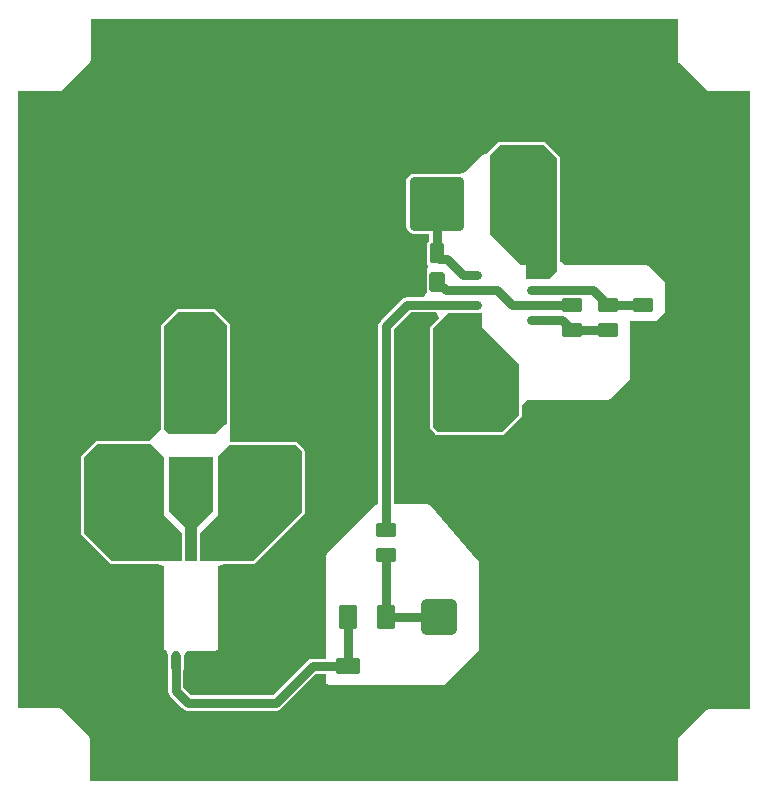
<source format=gbr>
%TF.GenerationSoftware,Altium Limited,Altium Designer,22.6.1 (34)*%
G04 Layer_Physical_Order=1*
G04 Layer_Color=255*
%FSLAX26Y26*%
%MOIN*%
%TF.SameCoordinates,875EB05E-A6AF-4184-B243-C0806E1F30E9*%
%TF.FilePolarity,Positive*%
%TF.FileFunction,Copper,L1,Top,Signal*%
%TF.Part,Single*%
G01*
G75*
%TA.AperFunction,SMDPad,CuDef*%
G04:AMPARAMS|DCode=10|XSize=66.929mil|YSize=45.276mil|CornerRadius=5.659mil|HoleSize=0mil|Usage=FLASHONLY|Rotation=180.000|XOffset=0mil|YOffset=0mil|HoleType=Round|Shape=RoundedRectangle|*
%AMROUNDEDRECTD10*
21,1,0.066929,0.033957,0,0,180.0*
21,1,0.055610,0.045276,0,0,180.0*
1,1,0.011319,-0.027805,0.016978*
1,1,0.011319,0.027805,0.016978*
1,1,0.011319,0.027805,-0.016978*
1,1,0.011319,-0.027805,-0.016978*
%
%ADD10ROUNDEDRECTD10*%
G04:AMPARAMS|DCode=11|XSize=66.929mil|YSize=51.181mil|CornerRadius=6.398mil|HoleSize=0mil|Usage=FLASHONLY|Rotation=270.000|XOffset=0mil|YOffset=0mil|HoleType=Round|Shape=RoundedRectangle|*
%AMROUNDEDRECTD11*
21,1,0.066929,0.038386,0,0,270.0*
21,1,0.054134,0.051181,0,0,270.0*
1,1,0.012795,-0.019193,-0.027067*
1,1,0.012795,-0.019193,0.027067*
1,1,0.012795,0.019193,0.027067*
1,1,0.012795,0.019193,-0.027067*
%
%ADD11ROUNDEDRECTD11*%
G04:AMPARAMS|DCode=12|XSize=66.929mil|YSize=51.181mil|CornerRadius=6.398mil|HoleSize=0mil|Usage=FLASHONLY|Rotation=0.000|XOffset=0mil|YOffset=0mil|HoleType=Round|Shape=RoundedRectangle|*
%AMROUNDEDRECTD12*
21,1,0.066929,0.038386,0,0,0.0*
21,1,0.054134,0.051181,0,0,0.0*
1,1,0.012795,0.027067,-0.019193*
1,1,0.012795,-0.027067,-0.019193*
1,1,0.012795,-0.027067,0.019193*
1,1,0.012795,0.027067,0.019193*
%
%ADD12ROUNDEDRECTD12*%
G04:AMPARAMS|DCode=13|XSize=82.677mil|YSize=55.118mil|CornerRadius=6.89mil|HoleSize=0mil|Usage=FLASHONLY|Rotation=0.000|XOffset=0mil|YOffset=0mil|HoleType=Round|Shape=RoundedRectangle|*
%AMROUNDEDRECTD13*
21,1,0.082677,0.041339,0,0,0.0*
21,1,0.068898,0.055118,0,0,0.0*
1,1,0.013780,0.034449,-0.020669*
1,1,0.013780,-0.034449,-0.020669*
1,1,0.013780,-0.034449,0.020669*
1,1,0.013780,0.034449,0.020669*
%
%ADD13ROUNDEDRECTD13*%
G04:AMPARAMS|DCode=14|XSize=180mil|YSize=180mil|CornerRadius=13.5mil|HoleSize=0mil|Usage=FLASHONLY|Rotation=0.000|XOffset=0mil|YOffset=0mil|HoleType=Round|Shape=RoundedRectangle|*
%AMROUNDEDRECTD14*
21,1,0.180000,0.153000,0,0,0.0*
21,1,0.153000,0.180000,0,0,0.0*
1,1,0.027000,0.076500,-0.076500*
1,1,0.027000,-0.076500,-0.076500*
1,1,0.027000,-0.076500,0.076500*
1,1,0.027000,0.076500,0.076500*
%
%ADD14ROUNDEDRECTD14*%
G04:AMPARAMS|DCode=15|XSize=82.677mil|YSize=59.055mil|CornerRadius=7.382mil|HoleSize=0mil|Usage=FLASHONLY|Rotation=270.000|XOffset=0mil|YOffset=0mil|HoleType=Round|Shape=RoundedRectangle|*
%AMROUNDEDRECTD15*
21,1,0.082677,0.044291,0,0,270.0*
21,1,0.067913,0.059055,0,0,270.0*
1,1,0.014764,-0.022146,-0.033957*
1,1,0.014764,-0.022146,0.033957*
1,1,0.014764,0.022146,0.033957*
1,1,0.014764,0.022146,-0.033957*
%
%ADD15ROUNDEDRECTD15*%
G04:AMPARAMS|DCode=16|XSize=180mil|YSize=180mil|CornerRadius=13.5mil|HoleSize=0mil|Usage=FLASHONLY|Rotation=90.000|XOffset=0mil|YOffset=0mil|HoleType=Round|Shape=RoundedRectangle|*
%AMROUNDEDRECTD16*
21,1,0.180000,0.153000,0,0,90.0*
21,1,0.153000,0.180000,0,0,90.0*
1,1,0.027000,0.076500,0.076500*
1,1,0.027000,0.076500,-0.076500*
1,1,0.027000,-0.076500,-0.076500*
1,1,0.027000,-0.076500,0.076500*
%
%ADD16ROUNDEDRECTD16*%
G04:AMPARAMS|DCode=17|XSize=137.795mil|YSize=120.079mil|CornerRadius=9.006mil|HoleSize=0mil|Usage=FLASHONLY|Rotation=180.000|XOffset=0mil|YOffset=0mil|HoleType=Round|Shape=RoundedRectangle|*
%AMROUNDEDRECTD17*
21,1,0.137795,0.102067,0,0,180.0*
21,1,0.119784,0.120079,0,0,180.0*
1,1,0.018012,-0.059892,0.051033*
1,1,0.018012,0.059892,0.051033*
1,1,0.018012,0.059892,-0.051033*
1,1,0.018012,-0.059892,-0.051033*
%
%ADD17ROUNDEDRECTD17*%
G04:AMPARAMS|DCode=18|XSize=137mil|YSize=120mil|CornerRadius=9mil|HoleSize=0mil|Usage=FLASHONLY|Rotation=180.000|XOffset=0mil|YOffset=0mil|HoleType=Round|Shape=RoundedRectangle|*
%AMROUNDEDRECTD18*
21,1,0.137000,0.102000,0,0,180.0*
21,1,0.119000,0.120000,0,0,180.0*
1,1,0.018000,-0.059500,0.051000*
1,1,0.018000,0.059500,0.051000*
1,1,0.018000,0.059500,-0.051000*
1,1,0.018000,-0.059500,-0.051000*
%
%ADD18ROUNDEDRECTD18*%
G04:AMPARAMS|DCode=19|XSize=66.929mil|YSize=45.276mil|CornerRadius=5.659mil|HoleSize=0mil|Usage=FLASHONLY|Rotation=90.000|XOffset=0mil|YOffset=0mil|HoleType=Round|Shape=RoundedRectangle|*
%AMROUNDEDRECTD19*
21,1,0.066929,0.033957,0,0,90.0*
21,1,0.055610,0.045276,0,0,90.0*
1,1,0.011319,0.016978,0.027805*
1,1,0.011319,0.016978,-0.027805*
1,1,0.011319,-0.016978,-0.027805*
1,1,0.011319,-0.016978,0.027805*
%
%ADD19ROUNDEDRECTD19*%
G04:AMPARAMS|DCode=20|XSize=118.11mil|YSize=118.11mil|CornerRadius=14.764mil|HoleSize=0mil|Usage=FLASHONLY|Rotation=90.000|XOffset=0mil|YOffset=0mil|HoleType=Round|Shape=RoundedRectangle|*
%AMROUNDEDRECTD20*
21,1,0.118110,0.088583,0,0,90.0*
21,1,0.088583,0.118110,0,0,90.0*
1,1,0.029528,0.044291,0.044291*
1,1,0.029528,0.044291,-0.044291*
1,1,0.029528,-0.044291,-0.044291*
1,1,0.029528,-0.044291,0.044291*
%
%ADD20ROUNDEDRECTD20*%
%ADD21O,0.031496X0.074803*%
%ADD22O,0.072835X0.023622*%
%TA.AperFunction,Conductor*%
%ADD23C,0.030000*%
%TA.AperFunction,ViaPad*%
%ADD24C,0.050000*%
G36*
X2229804Y2431000D02*
X2230580Y2427098D01*
X2232790Y2423790D01*
X2324790Y2331790D01*
X2328098Y2329580D01*
X2332000Y2328804D01*
X2470000D01*
Y270196D01*
X2331500D01*
X2327598Y269420D01*
X2324290Y267210D01*
X2232290Y175210D01*
X2230080Y171902D01*
X2229304Y168000D01*
Y30000D01*
X270196D01*
Y169500D01*
X269420Y173402D01*
X267210Y176710D01*
X175210Y268710D01*
X171902Y270920D01*
X168000Y271696D01*
X30000D01*
Y2329804D01*
X169000D01*
X172902Y2330580D01*
X176210Y2332790D01*
X268210Y2424790D01*
X270420Y2428098D01*
X271196Y2432000D01*
Y2570000D01*
X2229804D01*
Y2431000D01*
D02*
G37*
%LPC*%
G36*
X1780000Y2161196D02*
X1636000D01*
X1632098Y2160420D01*
X1628790Y2158210D01*
X1594791Y2124210D01*
X1590484Y2120707D01*
X1585000Y2120196D01*
X1581098Y2119420D01*
X1577790Y2117210D01*
X1522790Y2062210D01*
X1520580Y2058902D01*
X1501375Y2054476D01*
X1500822Y2054460D01*
X1347822D01*
X1338653Y2052637D01*
X1330879Y2047443D01*
X1325686Y2039669D01*
X1323862Y2030500D01*
Y1877500D01*
X1325686Y1868331D01*
X1330879Y1860557D01*
X1338653Y1855363D01*
X1347822Y1853540D01*
X1398832D01*
Y1829951D01*
X1396054Y1828095D01*
X1392593Y1822915D01*
X1391377Y1816805D01*
Y1761195D01*
X1392593Y1755085D01*
X1393713Y1753409D01*
X1395922Y1748727D01*
X1393728Y1729098D01*
X1392637Y1727465D01*
X1391364Y1721067D01*
Y1666933D01*
X1392248Y1662490D01*
X1391574Y1658751D01*
X1381891Y1642490D01*
X1327000D01*
X1317245Y1640550D01*
X1308976Y1635024D01*
X1237976Y1564024D01*
X1232450Y1555755D01*
X1230510Y1546000D01*
Y951734D01*
X1226538D01*
X1222637Y950958D01*
X1219329Y948748D01*
X1057790Y787210D01*
X1055580Y783902D01*
X1054804Y780000D01*
X1054804Y437482D01*
X1010992D01*
X1001237Y435541D01*
X992968Y430016D01*
X878442Y315490D01*
X605558D01*
X580490Y340558D01*
Y400721D01*
X580970Y404370D01*
Y447677D01*
X593355Y462363D01*
X597423Y464804D01*
X685000D01*
X688902Y465580D01*
X692210Y467790D01*
X694420Y471098D01*
X695196Y475000D01*
Y747706D01*
X714574Y752804D01*
X813000D01*
X816902Y753580D01*
X820210Y755790D01*
X981210Y916790D01*
X983420Y920098D01*
X984196Y924000D01*
Y1130000D01*
X983420Y1133902D01*
X981210Y1137210D01*
X960210Y1158210D01*
X956902Y1160420D01*
X953000Y1161196D01*
X735196D01*
Y1208988D01*
X734420Y1212890D01*
X733348Y1214494D01*
X734420Y1216098D01*
X735196Y1220000D01*
X735196Y1550000D01*
X734419Y1553902D01*
X732209Y1557210D01*
X688210Y1601209D01*
X684902Y1603420D01*
X681000Y1604196D01*
X564000Y1604196D01*
X560098Y1603420D01*
X556790Y1601209D01*
X507790Y1552210D01*
X505580Y1548902D01*
X504804Y1545000D01*
Y1203305D01*
X505285Y1200888D01*
X504738Y1200779D01*
X501431Y1198569D01*
X471431Y1168569D01*
X469220Y1165262D01*
X468810Y1163196D01*
X293000D01*
X289098Y1162420D01*
X285790Y1160210D01*
X241790Y1116210D01*
X239580Y1112902D01*
X238804Y1109000D01*
Y856000D01*
X239580Y852098D01*
X241790Y848790D01*
X334790Y755790D01*
X338098Y753580D01*
X342000Y752804D01*
X495426D01*
X514804Y747706D01*
Y475000D01*
X515580Y471098D01*
X517790Y467790D01*
X521098Y465580D01*
X526399Y458857D01*
X529030Y447677D01*
Y404370D01*
X529510Y400721D01*
Y330000D01*
X531451Y320245D01*
X536976Y311976D01*
X576976Y271976D01*
X585245Y266450D01*
X595000Y264510D01*
X889000D01*
X898755Y266450D01*
X907024Y271976D01*
X1021550Y386502D01*
X1054804D01*
Y361538D01*
X1055580Y357637D01*
X1057790Y354329D01*
X1061098Y352119D01*
X1065000Y351343D01*
X1447667D01*
X1451569Y352119D01*
X1454876Y354329D01*
X1562210Y461662D01*
X1564420Y464970D01*
X1565196Y468872D01*
X1565196Y758077D01*
X1564877Y759677D01*
X1564674Y761298D01*
X1564492Y761618D01*
X1564420Y761979D01*
X1563513Y763336D01*
X1562705Y764754D01*
X1403705Y948216D01*
X1403414Y948442D01*
X1403210Y948748D01*
X1401852Y949655D01*
X1400563Y950656D01*
X1400208Y950754D01*
X1399902Y950958D01*
X1398301Y951277D01*
X1396726Y951708D01*
X1396361Y951663D01*
X1396000Y951734D01*
X1281490D01*
Y1535442D01*
X1337558Y1591510D01*
X1423960D01*
X1431613Y1573033D01*
X1404790Y1546210D01*
X1402580Y1542902D01*
X1401804Y1539000D01*
Y1209000D01*
X1402580Y1205098D01*
X1404790Y1201790D01*
X1419790Y1186790D01*
X1423098Y1184580D01*
X1427000Y1183804D01*
X1642000D01*
X1645902Y1184580D01*
X1649210Y1186790D01*
X1705876Y1243457D01*
X1708086Y1246765D01*
X1708862Y1250667D01*
Y1281633D01*
X1709624Y1284011D01*
X1728862Y1300804D01*
X1995000D01*
X1998902Y1301580D01*
X2002210Y1303790D01*
X2065210Y1366790D01*
X2067420Y1370098D01*
X2068196Y1374000D01*
Y1563804D01*
X2152000D01*
X2155902Y1564580D01*
X2159210Y1566790D01*
X2182210Y1589790D01*
X2184420Y1593098D01*
X2185196Y1597000D01*
Y1688000D01*
X2184420Y1691902D01*
X2182210Y1695210D01*
X2132210Y1745210D01*
X2128902Y1747420D01*
X2125000Y1748196D01*
X1850678D01*
X1838882Y1759907D01*
X1836196Y1764155D01*
Y2105000D01*
X1835420Y2108902D01*
X1833210Y2112210D01*
X1787210Y2158210D01*
X1783902Y2160420D01*
X1780000Y2161196D01*
D02*
G37*
%LPD*%
G36*
X1826000Y2105000D02*
Y1729000D01*
X1799000Y1702000D01*
X1722000D01*
Y1750714D01*
X1703286D01*
X1602000Y1852000D01*
Y2117000D01*
X1636000Y2151000D01*
X1780000D01*
X1826000Y2105000D01*
D02*
G37*
G36*
X1577000Y1589000D02*
X1577000Y1543000D01*
X1606335Y1513665D01*
X1606580Y1512432D01*
X1608790Y1509124D01*
X1698667Y1419248D01*
X1698667Y1250667D01*
X1642000Y1194000D01*
X1427000D01*
X1412000Y1209000D01*
Y1539000D01*
X1462000Y1589000D01*
X1577000Y1589000D01*
D02*
G37*
G36*
X725000Y1550000D02*
X725000Y1220000D01*
X723982Y1218982D01*
X721098Y1218408D01*
X717790Y1216198D01*
X686788Y1185196D01*
X533109D01*
X515000Y1203305D01*
Y1545000D01*
X564000Y1594000D01*
X681000Y1594000D01*
X725000Y1550000D01*
D02*
G37*
G36*
X974000Y1130000D02*
Y924000D01*
X813000Y763000D01*
X636000D01*
Y856984D01*
X694970Y915030D01*
Y1112666D01*
X695156Y1112790D01*
X732210Y1149844D01*
X732982Y1151000D01*
X953000D01*
X974000Y1130000D01*
D02*
G37*
G36*
X678000Y930000D02*
X624383Y876383D01*
Y763000D01*
X586000D01*
Y877000D01*
X533000Y930000D01*
Y1109804D01*
X678000D01*
Y930000D01*
D02*
G37*
G36*
X512790Y1112790D02*
X515000Y1111314D01*
Y915000D01*
X574000Y856000D01*
Y763000D01*
X342000D01*
X249000Y856000D01*
Y1109000D01*
X293000Y1153000D01*
X472581D01*
X512790Y1112790D01*
D02*
G37*
%LPC*%
G36*
X605000Y1059274D02*
X595245Y1057333D01*
X586976Y1051808D01*
X581976Y1046808D01*
X576451Y1038538D01*
X574510Y1028784D01*
X576451Y1019029D01*
X581976Y1010760D01*
X590245Y1005234D01*
X600000Y1003294D01*
X609755Y1005234D01*
X618024Y1010760D01*
X623024Y1015760D01*
X628549Y1024029D01*
X630490Y1033784D01*
X628549Y1043538D01*
X623024Y1051808D01*
X614755Y1057333D01*
X605000Y1059274D01*
D02*
G37*
%LPD*%
D10*
X2112000Y1616322D02*
D03*
Y1531678D02*
D03*
X1877000Y1616322D02*
D03*
Y1531678D02*
D03*
X1256000Y867322D02*
D03*
Y782678D02*
D03*
X1997000Y1616322D02*
D03*
Y1531678D02*
D03*
D11*
X1355265Y1504000D02*
D03*
X1445818D02*
D03*
X1791724Y1802246D02*
D03*
X1882276D02*
D03*
X1336724Y1694000D02*
D03*
X1427276D02*
D03*
D12*
X440000Y800276D02*
D03*
Y709724D02*
D03*
X770000Y709724D02*
D03*
Y800276D02*
D03*
D13*
X1129000Y286008D02*
D03*
Y411992D02*
D03*
D14*
X389000Y1013000D02*
D03*
X855000Y1017000D02*
D03*
X2214000Y2067000D02*
D03*
X191000Y452000D02*
D03*
X2084000Y513000D02*
D03*
X883000Y1898000D02*
D03*
X1424322Y1954000D02*
D03*
D15*
X1128008Y575000D02*
D03*
X1253992D02*
D03*
D16*
X1557000Y1339000D02*
D03*
X1727000Y1979000D02*
D03*
D17*
X605500Y1245660D02*
D03*
D18*
Y1046840D02*
D03*
D19*
X1424322Y1789000D02*
D03*
X1339678D02*
D03*
D20*
X1431000Y575000D02*
D03*
D21*
X655000Y803976D02*
D03*
X605000D02*
D03*
X555000D02*
D03*
X655000Y426024D02*
D03*
X605000D02*
D03*
X555000D02*
D03*
D22*
X1762204Y1617000D02*
D03*
Y1567000D02*
D03*
Y1667000D02*
D03*
Y1717000D02*
D03*
X1537796D02*
D03*
Y1667000D02*
D03*
Y1617000D02*
D03*
Y1567000D02*
D03*
D23*
X1762204D02*
X1841678D01*
X1739000D02*
X1762204D01*
X1327000Y1617000D02*
X1537796D01*
X1256000Y1546000D02*
X1327000Y1617000D01*
X1762204Y1667000D02*
X1946322D01*
X1739000D02*
X1762204D01*
X1537796Y1617000D02*
X1559387D01*
X1537796Y1717000D02*
X1559000D01*
X1513634D02*
X1537796D01*
X1424322Y1789000D02*
Y1954000D01*
Y1778173D02*
Y1789000D01*
Y1778173D02*
X1431960Y1770535D01*
X1460099D01*
X1513634Y1717000D01*
X1253992Y575000D02*
X1256000Y577008D01*
Y782678D01*
X600000Y1028784D02*
X605000Y1033784D01*
X1256000Y867322D02*
Y1546000D01*
X1128008Y575000D02*
X1129000Y574008D01*
Y411992D02*
Y574008D01*
X1010992Y411992D02*
X1129000D01*
X889000Y290000D02*
X1010992Y411992D01*
X595000Y290000D02*
X889000D01*
X1253992Y575000D02*
X1431000D01*
X1537796Y1667000D02*
X1624500D01*
X1674500Y1617000D02*
X1762204D01*
X1624500Y1667000D02*
X1674500Y1617000D01*
X1454276Y1667000D02*
X1537796D01*
X555000Y330000D02*
X595000Y290000D01*
X555000Y330000D02*
Y426024D01*
X1427276Y1694000D02*
X1454276Y1667000D01*
X1946322D02*
X1997000Y1616322D01*
X2112000D01*
X1877000Y1531678D02*
X1997000D01*
X1841678Y1567000D02*
X1877000Y1531678D01*
X1876322Y1617000D02*
X1877000Y1616322D01*
X1762204Y1617000D02*
X1876322D01*
D24*
X630000Y1540000D02*
D03*
X665000Y1470000D02*
D03*
X560000Y1540000D02*
D03*
X595000Y1470000D02*
D03*
%TF.MD5,9dc9d885fbad636108def8089e3fc7d9*%
M02*

</source>
